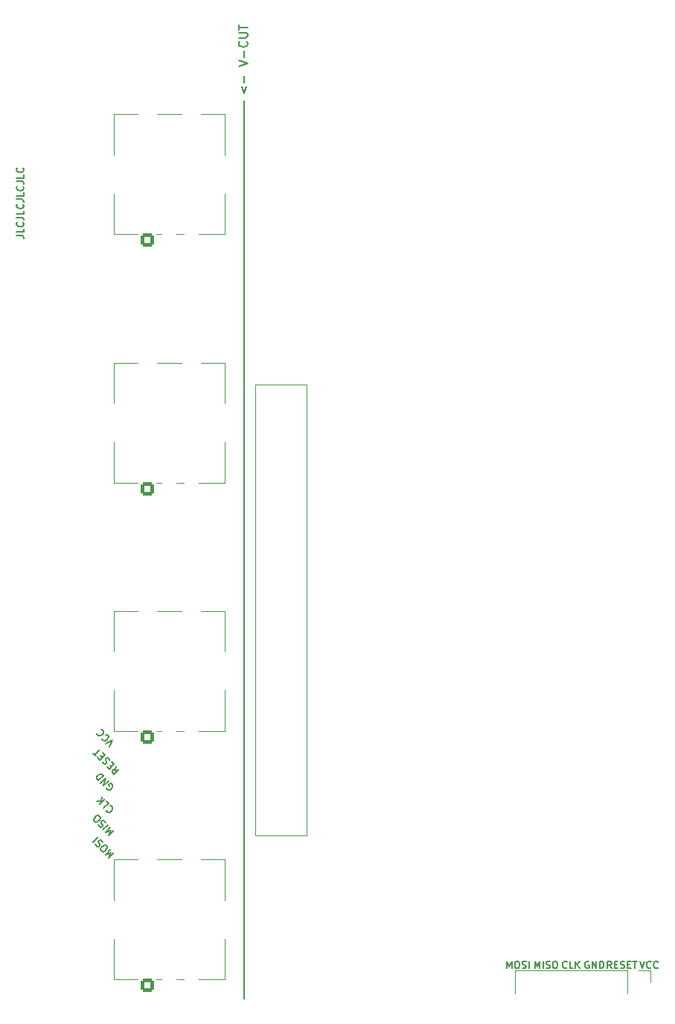
<source format=gbr>
G04 #@! TF.GenerationSoftware,KiCad,Pcbnew,8.0.4*
G04 #@! TF.CreationDate,2024-08-06T18:41:40+09:00*
G04 #@! TF.ProjectId,Fakedeck-garber,46616b65-6465-4636-9b2d-676172626572,rev?*
G04 #@! TF.SameCoordinates,Original*
G04 #@! TF.FileFunction,Legend,Top*
G04 #@! TF.FilePolarity,Positive*
%FSLAX46Y46*%
G04 Gerber Fmt 4.6, Leading zero omitted, Abs format (unit mm)*
G04 Created by KiCad (PCBNEW 8.0.4) date 2024-08-06 18:41:40*
%MOMM*%
%LPD*%
G01*
G04 APERTURE LIST*
G04 Aperture macros list*
%AMRoundRect*
0 Rectangle with rounded corners*
0 $1 Rounding radius*
0 $2 $3 $4 $5 $6 $7 $8 $9 X,Y pos of 4 corners*
0 Add a 4 corners polygon primitive as box body*
4,1,4,$2,$3,$4,$5,$6,$7,$8,$9,$2,$3,0*
0 Add four circle primitives for the rounded corners*
1,1,$1+$1,$2,$3*
1,1,$1+$1,$4,$5*
1,1,$1+$1,$6,$7*
1,1,$1+$1,$8,$9*
0 Add four rect primitives between the rounded corners*
20,1,$1+$1,$2,$3,$4,$5,0*
20,1,$1+$1,$4,$5,$6,$7,0*
20,1,$1+$1,$6,$7,$8,$9,0*
20,1,$1+$1,$8,$9,$2,$3,0*%
G04 Aperture macros list end*
%ADD10C,0.200000*%
%ADD11C,0.150000*%
%ADD12C,0.120000*%
%ADD13C,0.100000*%
%ADD14RoundRect,0.250000X0.550000X-0.550000X0.550000X0.550000X-0.550000X0.550000X-0.550000X-0.550000X0*%
%ADD15C,1.600000*%
%ADD16O,3.000000X4.100000*%
%ADD17C,3.200000*%
%ADD18O,1.700000X3.644000*%
%ADD19O,1.700000X1.700000*%
%ADD20R,1.700000X1.700000*%
%ADD21O,3.644000X1.700000*%
%ADD22R,1.600000X1.600000*%
%ADD23O,1.600000X1.600000*%
%ADD24O,1.800000X1.800000*%
%ADD25O,1.500000X1.500000*%
G04 APERTURE END LIST*
D10*
X144465000Y-43195000D02*
X144465000Y-145195000D01*
D11*
X177549160Y-141739295D02*
X177549160Y-140939295D01*
X177549160Y-140939295D02*
X177815826Y-141510723D01*
X177815826Y-141510723D02*
X178082493Y-140939295D01*
X178082493Y-140939295D02*
X178082493Y-141739295D01*
X178463446Y-141739295D02*
X178463446Y-140939295D01*
X178806302Y-141701200D02*
X178920588Y-141739295D01*
X178920588Y-141739295D02*
X179111064Y-141739295D01*
X179111064Y-141739295D02*
X179187255Y-141701200D01*
X179187255Y-141701200D02*
X179225350Y-141663104D01*
X179225350Y-141663104D02*
X179263445Y-141586914D01*
X179263445Y-141586914D02*
X179263445Y-141510723D01*
X179263445Y-141510723D02*
X179225350Y-141434533D01*
X179225350Y-141434533D02*
X179187255Y-141396438D01*
X179187255Y-141396438D02*
X179111064Y-141358342D01*
X179111064Y-141358342D02*
X178958683Y-141320247D01*
X178958683Y-141320247D02*
X178882493Y-141282152D01*
X178882493Y-141282152D02*
X178844398Y-141244057D01*
X178844398Y-141244057D02*
X178806302Y-141167866D01*
X178806302Y-141167866D02*
X178806302Y-141091676D01*
X178806302Y-141091676D02*
X178844398Y-141015485D01*
X178844398Y-141015485D02*
X178882493Y-140977390D01*
X178882493Y-140977390D02*
X178958683Y-140939295D01*
X178958683Y-140939295D02*
X179149160Y-140939295D01*
X179149160Y-140939295D02*
X179263445Y-140977390D01*
X179758684Y-140939295D02*
X179911065Y-140939295D01*
X179911065Y-140939295D02*
X179987255Y-140977390D01*
X179987255Y-140977390D02*
X180063446Y-141053580D01*
X180063446Y-141053580D02*
X180101541Y-141205961D01*
X180101541Y-141205961D02*
X180101541Y-141472628D01*
X180101541Y-141472628D02*
X180063446Y-141625009D01*
X180063446Y-141625009D02*
X179987255Y-141701200D01*
X179987255Y-141701200D02*
X179911065Y-141739295D01*
X179911065Y-141739295D02*
X179758684Y-141739295D01*
X179758684Y-141739295D02*
X179682493Y-141701200D01*
X179682493Y-141701200D02*
X179606303Y-141625009D01*
X179606303Y-141625009D02*
X179568207Y-141472628D01*
X179568207Y-141472628D02*
X179568207Y-141205961D01*
X179568207Y-141205961D02*
X179606303Y-141053580D01*
X179606303Y-141053580D02*
X179682493Y-140977390D01*
X179682493Y-140977390D02*
X179758684Y-140939295D01*
X118594295Y-58482268D02*
X119165723Y-58482268D01*
X119165723Y-58482268D02*
X119280009Y-58520363D01*
X119280009Y-58520363D02*
X119356200Y-58596554D01*
X119356200Y-58596554D02*
X119394295Y-58710839D01*
X119394295Y-58710839D02*
X119394295Y-58787030D01*
X119394295Y-57720363D02*
X119394295Y-58101315D01*
X119394295Y-58101315D02*
X118594295Y-58101315D01*
X119318104Y-56996553D02*
X119356200Y-57034649D01*
X119356200Y-57034649D02*
X119394295Y-57148934D01*
X119394295Y-57148934D02*
X119394295Y-57225125D01*
X119394295Y-57225125D02*
X119356200Y-57339411D01*
X119356200Y-57339411D02*
X119280009Y-57415601D01*
X119280009Y-57415601D02*
X119203819Y-57453696D01*
X119203819Y-57453696D02*
X119051438Y-57491792D01*
X119051438Y-57491792D02*
X118937152Y-57491792D01*
X118937152Y-57491792D02*
X118784771Y-57453696D01*
X118784771Y-57453696D02*
X118708580Y-57415601D01*
X118708580Y-57415601D02*
X118632390Y-57339411D01*
X118632390Y-57339411D02*
X118594295Y-57225125D01*
X118594295Y-57225125D02*
X118594295Y-57148934D01*
X118594295Y-57148934D02*
X118632390Y-57034649D01*
X118632390Y-57034649D02*
X118670485Y-56996553D01*
X118594295Y-56425125D02*
X119165723Y-56425125D01*
X119165723Y-56425125D02*
X119280009Y-56463220D01*
X119280009Y-56463220D02*
X119356200Y-56539411D01*
X119356200Y-56539411D02*
X119394295Y-56653696D01*
X119394295Y-56653696D02*
X119394295Y-56729887D01*
X119394295Y-55663220D02*
X119394295Y-56044172D01*
X119394295Y-56044172D02*
X118594295Y-56044172D01*
X119318104Y-54939410D02*
X119356200Y-54977506D01*
X119356200Y-54977506D02*
X119394295Y-55091791D01*
X119394295Y-55091791D02*
X119394295Y-55167982D01*
X119394295Y-55167982D02*
X119356200Y-55282268D01*
X119356200Y-55282268D02*
X119280009Y-55358458D01*
X119280009Y-55358458D02*
X119203819Y-55396553D01*
X119203819Y-55396553D02*
X119051438Y-55434649D01*
X119051438Y-55434649D02*
X118937152Y-55434649D01*
X118937152Y-55434649D02*
X118784771Y-55396553D01*
X118784771Y-55396553D02*
X118708580Y-55358458D01*
X118708580Y-55358458D02*
X118632390Y-55282268D01*
X118632390Y-55282268D02*
X118594295Y-55167982D01*
X118594295Y-55167982D02*
X118594295Y-55091791D01*
X118594295Y-55091791D02*
X118632390Y-54977506D01*
X118632390Y-54977506D02*
X118670485Y-54939410D01*
X118594295Y-54367982D02*
X119165723Y-54367982D01*
X119165723Y-54367982D02*
X119280009Y-54406077D01*
X119280009Y-54406077D02*
X119356200Y-54482268D01*
X119356200Y-54482268D02*
X119394295Y-54596553D01*
X119394295Y-54596553D02*
X119394295Y-54672744D01*
X119394295Y-53606077D02*
X119394295Y-53987029D01*
X119394295Y-53987029D02*
X118594295Y-53987029D01*
X119318104Y-52882267D02*
X119356200Y-52920363D01*
X119356200Y-52920363D02*
X119394295Y-53034648D01*
X119394295Y-53034648D02*
X119394295Y-53110839D01*
X119394295Y-53110839D02*
X119356200Y-53225125D01*
X119356200Y-53225125D02*
X119280009Y-53301315D01*
X119280009Y-53301315D02*
X119203819Y-53339410D01*
X119203819Y-53339410D02*
X119051438Y-53377506D01*
X119051438Y-53377506D02*
X118937152Y-53377506D01*
X118937152Y-53377506D02*
X118784771Y-53339410D01*
X118784771Y-53339410D02*
X118708580Y-53301315D01*
X118708580Y-53301315D02*
X118632390Y-53225125D01*
X118632390Y-53225125D02*
X118594295Y-53110839D01*
X118594295Y-53110839D02*
X118594295Y-53034648D01*
X118594295Y-53034648D02*
X118632390Y-52920363D01*
X118632390Y-52920363D02*
X118670485Y-52882267D01*
X118594295Y-52310839D02*
X119165723Y-52310839D01*
X119165723Y-52310839D02*
X119280009Y-52348934D01*
X119280009Y-52348934D02*
X119356200Y-52425125D01*
X119356200Y-52425125D02*
X119394295Y-52539410D01*
X119394295Y-52539410D02*
X119394295Y-52615601D01*
X119394295Y-51548934D02*
X119394295Y-51929886D01*
X119394295Y-51929886D02*
X118594295Y-51929886D01*
X119318104Y-50825124D02*
X119356200Y-50863220D01*
X119356200Y-50863220D02*
X119394295Y-50977505D01*
X119394295Y-50977505D02*
X119394295Y-51053696D01*
X119394295Y-51053696D02*
X119356200Y-51167982D01*
X119356200Y-51167982D02*
X119280009Y-51244172D01*
X119280009Y-51244172D02*
X119203819Y-51282267D01*
X119203819Y-51282267D02*
X119051438Y-51320363D01*
X119051438Y-51320363D02*
X118937152Y-51320363D01*
X118937152Y-51320363D02*
X118784771Y-51282267D01*
X118784771Y-51282267D02*
X118708580Y-51244172D01*
X118708580Y-51244172D02*
X118632390Y-51167982D01*
X118632390Y-51167982D02*
X118594295Y-51053696D01*
X118594295Y-51053696D02*
X118594295Y-50977505D01*
X118594295Y-50977505D02*
X118632390Y-50863220D01*
X118632390Y-50863220D02*
X118670485Y-50825124D01*
X174374160Y-141739295D02*
X174374160Y-140939295D01*
X174374160Y-140939295D02*
X174640826Y-141510723D01*
X174640826Y-141510723D02*
X174907493Y-140939295D01*
X174907493Y-140939295D02*
X174907493Y-141739295D01*
X175440827Y-140939295D02*
X175593208Y-140939295D01*
X175593208Y-140939295D02*
X175669398Y-140977390D01*
X175669398Y-140977390D02*
X175745589Y-141053580D01*
X175745589Y-141053580D02*
X175783684Y-141205961D01*
X175783684Y-141205961D02*
X175783684Y-141472628D01*
X175783684Y-141472628D02*
X175745589Y-141625009D01*
X175745589Y-141625009D02*
X175669398Y-141701200D01*
X175669398Y-141701200D02*
X175593208Y-141739295D01*
X175593208Y-141739295D02*
X175440827Y-141739295D01*
X175440827Y-141739295D02*
X175364636Y-141701200D01*
X175364636Y-141701200D02*
X175288446Y-141625009D01*
X175288446Y-141625009D02*
X175250350Y-141472628D01*
X175250350Y-141472628D02*
X175250350Y-141205961D01*
X175250350Y-141205961D02*
X175288446Y-141053580D01*
X175288446Y-141053580D02*
X175364636Y-140977390D01*
X175364636Y-140977390D02*
X175440827Y-140939295D01*
X176088445Y-141701200D02*
X176202731Y-141739295D01*
X176202731Y-141739295D02*
X176393207Y-141739295D01*
X176393207Y-141739295D02*
X176469398Y-141701200D01*
X176469398Y-141701200D02*
X176507493Y-141663104D01*
X176507493Y-141663104D02*
X176545588Y-141586914D01*
X176545588Y-141586914D02*
X176545588Y-141510723D01*
X176545588Y-141510723D02*
X176507493Y-141434533D01*
X176507493Y-141434533D02*
X176469398Y-141396438D01*
X176469398Y-141396438D02*
X176393207Y-141358342D01*
X176393207Y-141358342D02*
X176240826Y-141320247D01*
X176240826Y-141320247D02*
X176164636Y-141282152D01*
X176164636Y-141282152D02*
X176126541Y-141244057D01*
X176126541Y-141244057D02*
X176088445Y-141167866D01*
X176088445Y-141167866D02*
X176088445Y-141091676D01*
X176088445Y-141091676D02*
X176126541Y-141015485D01*
X176126541Y-141015485D02*
X176164636Y-140977390D01*
X176164636Y-140977390D02*
X176240826Y-140939295D01*
X176240826Y-140939295D02*
X176431303Y-140939295D01*
X176431303Y-140939295D02*
X176545588Y-140977390D01*
X176888446Y-141739295D02*
X176888446Y-140939295D01*
X189499874Y-140939295D02*
X189766541Y-141739295D01*
X189766541Y-141739295D02*
X190033207Y-140939295D01*
X190757017Y-141663104D02*
X190718921Y-141701200D01*
X190718921Y-141701200D02*
X190604636Y-141739295D01*
X190604636Y-141739295D02*
X190528445Y-141739295D01*
X190528445Y-141739295D02*
X190414159Y-141701200D01*
X190414159Y-141701200D02*
X190337969Y-141625009D01*
X190337969Y-141625009D02*
X190299874Y-141548819D01*
X190299874Y-141548819D02*
X190261778Y-141396438D01*
X190261778Y-141396438D02*
X190261778Y-141282152D01*
X190261778Y-141282152D02*
X190299874Y-141129771D01*
X190299874Y-141129771D02*
X190337969Y-141053580D01*
X190337969Y-141053580D02*
X190414159Y-140977390D01*
X190414159Y-140977390D02*
X190528445Y-140939295D01*
X190528445Y-140939295D02*
X190604636Y-140939295D01*
X190604636Y-140939295D02*
X190718921Y-140977390D01*
X190718921Y-140977390D02*
X190757017Y-141015485D01*
X191557017Y-141663104D02*
X191518921Y-141701200D01*
X191518921Y-141701200D02*
X191404636Y-141739295D01*
X191404636Y-141739295D02*
X191328445Y-141739295D01*
X191328445Y-141739295D02*
X191214159Y-141701200D01*
X191214159Y-141701200D02*
X191137969Y-141625009D01*
X191137969Y-141625009D02*
X191099874Y-141548819D01*
X191099874Y-141548819D02*
X191061778Y-141396438D01*
X191061778Y-141396438D02*
X191061778Y-141282152D01*
X191061778Y-141282152D02*
X191099874Y-141129771D01*
X191099874Y-141129771D02*
X191137969Y-141053580D01*
X191137969Y-141053580D02*
X191214159Y-140977390D01*
X191214159Y-140977390D02*
X191328445Y-140939295D01*
X191328445Y-140939295D02*
X191404636Y-140939295D01*
X191404636Y-140939295D02*
X191518921Y-140977390D01*
X191518921Y-140977390D02*
X191557017Y-141015485D01*
X181181303Y-141663104D02*
X181143207Y-141701200D01*
X181143207Y-141701200D02*
X181028922Y-141739295D01*
X181028922Y-141739295D02*
X180952731Y-141739295D01*
X180952731Y-141739295D02*
X180838445Y-141701200D01*
X180838445Y-141701200D02*
X180762255Y-141625009D01*
X180762255Y-141625009D02*
X180724160Y-141548819D01*
X180724160Y-141548819D02*
X180686064Y-141396438D01*
X180686064Y-141396438D02*
X180686064Y-141282152D01*
X180686064Y-141282152D02*
X180724160Y-141129771D01*
X180724160Y-141129771D02*
X180762255Y-141053580D01*
X180762255Y-141053580D02*
X180838445Y-140977390D01*
X180838445Y-140977390D02*
X180952731Y-140939295D01*
X180952731Y-140939295D02*
X181028922Y-140939295D01*
X181028922Y-140939295D02*
X181143207Y-140977390D01*
X181143207Y-140977390D02*
X181181303Y-141015485D01*
X181905112Y-141739295D02*
X181524160Y-141739295D01*
X181524160Y-141739295D02*
X181524160Y-140939295D01*
X182171779Y-141739295D02*
X182171779Y-140939295D01*
X182628922Y-141739295D02*
X182286064Y-141282152D01*
X182628922Y-140939295D02*
X182171779Y-141396438D01*
X186261303Y-141739295D02*
X185994636Y-141358342D01*
X185804160Y-141739295D02*
X185804160Y-140939295D01*
X185804160Y-140939295D02*
X186108922Y-140939295D01*
X186108922Y-140939295D02*
X186185112Y-140977390D01*
X186185112Y-140977390D02*
X186223207Y-141015485D01*
X186223207Y-141015485D02*
X186261303Y-141091676D01*
X186261303Y-141091676D02*
X186261303Y-141205961D01*
X186261303Y-141205961D02*
X186223207Y-141282152D01*
X186223207Y-141282152D02*
X186185112Y-141320247D01*
X186185112Y-141320247D02*
X186108922Y-141358342D01*
X186108922Y-141358342D02*
X185804160Y-141358342D01*
X186604160Y-141320247D02*
X186870826Y-141320247D01*
X186985112Y-141739295D02*
X186604160Y-141739295D01*
X186604160Y-141739295D02*
X186604160Y-140939295D01*
X186604160Y-140939295D02*
X186985112Y-140939295D01*
X187289874Y-141701200D02*
X187404160Y-141739295D01*
X187404160Y-141739295D02*
X187594636Y-141739295D01*
X187594636Y-141739295D02*
X187670827Y-141701200D01*
X187670827Y-141701200D02*
X187708922Y-141663104D01*
X187708922Y-141663104D02*
X187747017Y-141586914D01*
X187747017Y-141586914D02*
X187747017Y-141510723D01*
X187747017Y-141510723D02*
X187708922Y-141434533D01*
X187708922Y-141434533D02*
X187670827Y-141396438D01*
X187670827Y-141396438D02*
X187594636Y-141358342D01*
X187594636Y-141358342D02*
X187442255Y-141320247D01*
X187442255Y-141320247D02*
X187366065Y-141282152D01*
X187366065Y-141282152D02*
X187327970Y-141244057D01*
X187327970Y-141244057D02*
X187289874Y-141167866D01*
X187289874Y-141167866D02*
X187289874Y-141091676D01*
X187289874Y-141091676D02*
X187327970Y-141015485D01*
X187327970Y-141015485D02*
X187366065Y-140977390D01*
X187366065Y-140977390D02*
X187442255Y-140939295D01*
X187442255Y-140939295D02*
X187632732Y-140939295D01*
X187632732Y-140939295D02*
X187747017Y-140977390D01*
X188089875Y-141320247D02*
X188356541Y-141320247D01*
X188470827Y-141739295D02*
X188089875Y-141739295D01*
X188089875Y-141739295D02*
X188089875Y-140939295D01*
X188089875Y-140939295D02*
X188470827Y-140939295D01*
X188699399Y-140939295D02*
X189156542Y-140939295D01*
X188927970Y-141739295D02*
X188927970Y-140939295D01*
X129927539Y-118782028D02*
X129846727Y-119239964D01*
X130250788Y-119105277D02*
X129685102Y-119670962D01*
X129685102Y-119670962D02*
X129469603Y-119455463D01*
X129469603Y-119455463D02*
X129442666Y-119374651D01*
X129442666Y-119374651D02*
X129442666Y-119320776D01*
X129442666Y-119320776D02*
X129469603Y-119239964D01*
X129469603Y-119239964D02*
X129550415Y-119159152D01*
X129550415Y-119159152D02*
X129631228Y-119132214D01*
X129631228Y-119132214D02*
X129685102Y-119132214D01*
X129685102Y-119132214D02*
X129765915Y-119159152D01*
X129765915Y-119159152D02*
X129981414Y-119374651D01*
X129388791Y-118835903D02*
X129200229Y-118647341D01*
X129415728Y-118270217D02*
X129685102Y-118539591D01*
X129685102Y-118539591D02*
X129119417Y-119105277D01*
X129119417Y-119105277D02*
X128850043Y-118835903D01*
X129173291Y-118081655D02*
X129119417Y-117973906D01*
X129119417Y-117973906D02*
X128984730Y-117839219D01*
X128984730Y-117839219D02*
X128903917Y-117812281D01*
X128903917Y-117812281D02*
X128850043Y-117812281D01*
X128850043Y-117812281D02*
X128769230Y-117839219D01*
X128769230Y-117839219D02*
X128715356Y-117893094D01*
X128715356Y-117893094D02*
X128688418Y-117973906D01*
X128688418Y-117973906D02*
X128688418Y-118027781D01*
X128688418Y-118027781D02*
X128715356Y-118108593D01*
X128715356Y-118108593D02*
X128796168Y-118243280D01*
X128796168Y-118243280D02*
X128823105Y-118324092D01*
X128823105Y-118324092D02*
X128823105Y-118377967D01*
X128823105Y-118377967D02*
X128796168Y-118458779D01*
X128796168Y-118458779D02*
X128742293Y-118512654D01*
X128742293Y-118512654D02*
X128661481Y-118539591D01*
X128661481Y-118539591D02*
X128607606Y-118539591D01*
X128607606Y-118539591D02*
X128526794Y-118512654D01*
X128526794Y-118512654D02*
X128392107Y-118377967D01*
X128392107Y-118377967D02*
X128338232Y-118270217D01*
X128338232Y-117785344D02*
X128149670Y-117596782D01*
X128365169Y-117219658D02*
X128634543Y-117489032D01*
X128634543Y-117489032D02*
X128068858Y-118054718D01*
X128068858Y-118054718D02*
X127799484Y-117785344D01*
X127637859Y-117623719D02*
X127314610Y-117300470D01*
X128041920Y-116896409D02*
X127476235Y-117462095D01*
X129615788Y-126090277D02*
X129050102Y-126655962D01*
X129050102Y-126655962D02*
X129265602Y-126063340D01*
X129265602Y-126063340D02*
X128672979Y-126278839D01*
X128672979Y-126278839D02*
X129238664Y-125713153D01*
X128969290Y-125443779D02*
X128403605Y-126009465D01*
X128699916Y-125228280D02*
X128646041Y-125120531D01*
X128646041Y-125120531D02*
X128511354Y-124985844D01*
X128511354Y-124985844D02*
X128430542Y-124958906D01*
X128430542Y-124958906D02*
X128376667Y-124958906D01*
X128376667Y-124958906D02*
X128295855Y-124985844D01*
X128295855Y-124985844D02*
X128241980Y-125039718D01*
X128241980Y-125039718D02*
X128215043Y-125120531D01*
X128215043Y-125120531D02*
X128215043Y-125174405D01*
X128215043Y-125174405D02*
X128241980Y-125255218D01*
X128241980Y-125255218D02*
X128322793Y-125389905D01*
X128322793Y-125389905D02*
X128349730Y-125470717D01*
X128349730Y-125470717D02*
X128349730Y-125524592D01*
X128349730Y-125524592D02*
X128322793Y-125605404D01*
X128322793Y-125605404D02*
X128268918Y-125659279D01*
X128268918Y-125659279D02*
X128188106Y-125686216D01*
X128188106Y-125686216D02*
X128134231Y-125686216D01*
X128134231Y-125686216D02*
X128053419Y-125659279D01*
X128053419Y-125659279D02*
X127918732Y-125524592D01*
X127918732Y-125524592D02*
X127864857Y-125416842D01*
X127487733Y-125093593D02*
X127379983Y-124985843D01*
X127379983Y-124985843D02*
X127353046Y-124905031D01*
X127353046Y-124905031D02*
X127353046Y-124797282D01*
X127353046Y-124797282D02*
X127433858Y-124662595D01*
X127433858Y-124662595D02*
X127622420Y-124474033D01*
X127622420Y-124474033D02*
X127757107Y-124393221D01*
X127757107Y-124393221D02*
X127864857Y-124393221D01*
X127864857Y-124393221D02*
X127945669Y-124420158D01*
X127945669Y-124420158D02*
X128053418Y-124527908D01*
X128053418Y-124527908D02*
X128080356Y-124608720D01*
X128080356Y-124608720D02*
X128080356Y-124716469D01*
X128080356Y-124716469D02*
X127999544Y-124851156D01*
X127999544Y-124851156D02*
X127810982Y-125039718D01*
X127810982Y-125039718D02*
X127676295Y-125120530D01*
X127676295Y-125120530D02*
X127568545Y-125120530D01*
X127568545Y-125120530D02*
X127487733Y-125093593D01*
X183683207Y-140977390D02*
X183607017Y-140939295D01*
X183607017Y-140939295D02*
X183492731Y-140939295D01*
X183492731Y-140939295D02*
X183378445Y-140977390D01*
X183378445Y-140977390D02*
X183302255Y-141053580D01*
X183302255Y-141053580D02*
X183264160Y-141129771D01*
X183264160Y-141129771D02*
X183226064Y-141282152D01*
X183226064Y-141282152D02*
X183226064Y-141396438D01*
X183226064Y-141396438D02*
X183264160Y-141548819D01*
X183264160Y-141548819D02*
X183302255Y-141625009D01*
X183302255Y-141625009D02*
X183378445Y-141701200D01*
X183378445Y-141701200D02*
X183492731Y-141739295D01*
X183492731Y-141739295D02*
X183568922Y-141739295D01*
X183568922Y-141739295D02*
X183683207Y-141701200D01*
X183683207Y-141701200D02*
X183721303Y-141663104D01*
X183721303Y-141663104D02*
X183721303Y-141396438D01*
X183721303Y-141396438D02*
X183568922Y-141396438D01*
X184064160Y-141739295D02*
X184064160Y-140939295D01*
X184064160Y-140939295D02*
X184521303Y-141739295D01*
X184521303Y-141739295D02*
X184521303Y-140939295D01*
X184902255Y-141739295D02*
X184902255Y-140939295D01*
X184902255Y-140939295D02*
X185092731Y-140939295D01*
X185092731Y-140939295D02*
X185207017Y-140977390D01*
X185207017Y-140977390D02*
X185283207Y-141053580D01*
X185283207Y-141053580D02*
X185321302Y-141129771D01*
X185321302Y-141129771D02*
X185359398Y-141282152D01*
X185359398Y-141282152D02*
X185359398Y-141396438D01*
X185359398Y-141396438D02*
X185321302Y-141548819D01*
X185321302Y-141548819D02*
X185283207Y-141625009D01*
X185283207Y-141625009D02*
X185207017Y-141701200D01*
X185207017Y-141701200D02*
X185092731Y-141739295D01*
X185092731Y-141739295D02*
X184902255Y-141739295D01*
X128780728Y-121252714D02*
X128807666Y-121333526D01*
X128807666Y-121333526D02*
X128888478Y-121414338D01*
X128888478Y-121414338D02*
X128996228Y-121468213D01*
X128996228Y-121468213D02*
X129103977Y-121468213D01*
X129103977Y-121468213D02*
X129184789Y-121441275D01*
X129184789Y-121441275D02*
X129319476Y-121360463D01*
X129319476Y-121360463D02*
X129400289Y-121279651D01*
X129400289Y-121279651D02*
X129481101Y-121144964D01*
X129481101Y-121144964D02*
X129508038Y-121064152D01*
X129508038Y-121064152D02*
X129508038Y-120956402D01*
X129508038Y-120956402D02*
X129454163Y-120848653D01*
X129454163Y-120848653D02*
X129400289Y-120794778D01*
X129400289Y-120794778D02*
X129292539Y-120740903D01*
X129292539Y-120740903D02*
X129238664Y-120740903D01*
X129238664Y-120740903D02*
X129050102Y-120929465D01*
X129050102Y-120929465D02*
X129157852Y-121037214D01*
X129050102Y-120444591D02*
X128484417Y-121010277D01*
X128484417Y-121010277D02*
X128726854Y-120121343D01*
X128726854Y-120121343D02*
X128161168Y-120687028D01*
X128457480Y-119851969D02*
X127891794Y-120417654D01*
X127891794Y-120417654D02*
X127757107Y-120282967D01*
X127757107Y-120282967D02*
X127703232Y-120175218D01*
X127703232Y-120175218D02*
X127703232Y-120067468D01*
X127703232Y-120067468D02*
X127730170Y-119986656D01*
X127730170Y-119986656D02*
X127810982Y-119851969D01*
X127810982Y-119851969D02*
X127891794Y-119771157D01*
X127891794Y-119771157D02*
X128026481Y-119690344D01*
X128026481Y-119690344D02*
X128107294Y-119663407D01*
X128107294Y-119663407D02*
X128215043Y-119663407D01*
X128215043Y-119663407D02*
X128322793Y-119717282D01*
X128322793Y-119717282D02*
X128457480Y-119851969D01*
X129130915Y-116576775D02*
X129508038Y-115822527D01*
X129508038Y-115822527D02*
X128753791Y-116199651D01*
X128753791Y-115176030D02*
X128807666Y-115176030D01*
X128807666Y-115176030D02*
X128915416Y-115229905D01*
X128915416Y-115229905D02*
X128969290Y-115283779D01*
X128969290Y-115283779D02*
X129023165Y-115391529D01*
X129023165Y-115391529D02*
X129023165Y-115499279D01*
X129023165Y-115499279D02*
X128996228Y-115580091D01*
X128996228Y-115580091D02*
X128915416Y-115714778D01*
X128915416Y-115714778D02*
X128834603Y-115795590D01*
X128834603Y-115795590D02*
X128699916Y-115876402D01*
X128699916Y-115876402D02*
X128619104Y-115903340D01*
X128619104Y-115903340D02*
X128511355Y-115903340D01*
X128511355Y-115903340D02*
X128403605Y-115849465D01*
X128403605Y-115849465D02*
X128349730Y-115795590D01*
X128349730Y-115795590D02*
X128295855Y-115687841D01*
X128295855Y-115687841D02*
X128295855Y-115633966D01*
X128188106Y-114610344D02*
X128241981Y-114610344D01*
X128241981Y-114610344D02*
X128349730Y-114664219D01*
X128349730Y-114664219D02*
X128403605Y-114718094D01*
X128403605Y-114718094D02*
X128457480Y-114825844D01*
X128457480Y-114825844D02*
X128457480Y-114933593D01*
X128457480Y-114933593D02*
X128430542Y-115014405D01*
X128430542Y-115014405D02*
X128349730Y-115149092D01*
X128349730Y-115149092D02*
X128268918Y-115229905D01*
X128268918Y-115229905D02*
X128134231Y-115310717D01*
X128134231Y-115310717D02*
X128053419Y-115337654D01*
X128053419Y-115337654D02*
X127945669Y-115337654D01*
X127945669Y-115337654D02*
X127837920Y-115283779D01*
X127837920Y-115283779D02*
X127784045Y-115229905D01*
X127784045Y-115229905D02*
X127730170Y-115122155D01*
X127730170Y-115122155D02*
X127730170Y-115068280D01*
X144183152Y-41591316D02*
X144468866Y-42353220D01*
X144468866Y-42353220D02*
X144754580Y-41591316D01*
X144468866Y-41115125D02*
X144468866Y-40353221D01*
X143849819Y-39257982D02*
X144849819Y-38924649D01*
X144849819Y-38924649D02*
X143849819Y-38591316D01*
X144468866Y-38257982D02*
X144468866Y-37496078D01*
X144754580Y-36448459D02*
X144802200Y-36496078D01*
X144802200Y-36496078D02*
X144849819Y-36638935D01*
X144849819Y-36638935D02*
X144849819Y-36734173D01*
X144849819Y-36734173D02*
X144802200Y-36877030D01*
X144802200Y-36877030D02*
X144706961Y-36972268D01*
X144706961Y-36972268D02*
X144611723Y-37019887D01*
X144611723Y-37019887D02*
X144421247Y-37067506D01*
X144421247Y-37067506D02*
X144278390Y-37067506D01*
X144278390Y-37067506D02*
X144087914Y-37019887D01*
X144087914Y-37019887D02*
X143992676Y-36972268D01*
X143992676Y-36972268D02*
X143897438Y-36877030D01*
X143897438Y-36877030D02*
X143849819Y-36734173D01*
X143849819Y-36734173D02*
X143849819Y-36638935D01*
X143849819Y-36638935D02*
X143897438Y-36496078D01*
X143897438Y-36496078D02*
X143945057Y-36448459D01*
X143849819Y-36019887D02*
X144659342Y-36019887D01*
X144659342Y-36019887D02*
X144754580Y-35972268D01*
X144754580Y-35972268D02*
X144802200Y-35924649D01*
X144802200Y-35924649D02*
X144849819Y-35829411D01*
X144849819Y-35829411D02*
X144849819Y-35638935D01*
X144849819Y-35638935D02*
X144802200Y-35543697D01*
X144802200Y-35543697D02*
X144754580Y-35496078D01*
X144754580Y-35496078D02*
X144659342Y-35448459D01*
X144659342Y-35448459D02*
X143849819Y-35448459D01*
X143849819Y-35115125D02*
X143849819Y-34543697D01*
X144849819Y-34829411D02*
X143849819Y-34829411D01*
X129615788Y-128630277D02*
X129050102Y-129195962D01*
X129050102Y-129195962D02*
X129265602Y-128603340D01*
X129265602Y-128603340D02*
X128672979Y-128818839D01*
X128672979Y-128818839D02*
X129238664Y-128253153D01*
X128295855Y-128441715D02*
X128188105Y-128333965D01*
X128188105Y-128333965D02*
X128161168Y-128253153D01*
X128161168Y-128253153D02*
X128161168Y-128145403D01*
X128161168Y-128145403D02*
X128241980Y-128010716D01*
X128241980Y-128010716D02*
X128430542Y-127822155D01*
X128430542Y-127822155D02*
X128565229Y-127741342D01*
X128565229Y-127741342D02*
X128672979Y-127741342D01*
X128672979Y-127741342D02*
X128753791Y-127768280D01*
X128753791Y-127768280D02*
X128861540Y-127876029D01*
X128861540Y-127876029D02*
X128888478Y-127956842D01*
X128888478Y-127956842D02*
X128888478Y-128064591D01*
X128888478Y-128064591D02*
X128807666Y-128199278D01*
X128807666Y-128199278D02*
X128619104Y-128387840D01*
X128619104Y-128387840D02*
X128484417Y-128468652D01*
X128484417Y-128468652D02*
X128376667Y-128468652D01*
X128376667Y-128468652D02*
X128295855Y-128441715D01*
X128376667Y-127445031D02*
X128322793Y-127337282D01*
X128322793Y-127337282D02*
X128188106Y-127202595D01*
X128188106Y-127202595D02*
X128107293Y-127175657D01*
X128107293Y-127175657D02*
X128053419Y-127175657D01*
X128053419Y-127175657D02*
X127972606Y-127202595D01*
X127972606Y-127202595D02*
X127918732Y-127256469D01*
X127918732Y-127256469D02*
X127891794Y-127337282D01*
X127891794Y-127337282D02*
X127891794Y-127391156D01*
X127891794Y-127391156D02*
X127918732Y-127471969D01*
X127918732Y-127471969D02*
X127999544Y-127606656D01*
X127999544Y-127606656D02*
X128026481Y-127687468D01*
X128026481Y-127687468D02*
X128026481Y-127741343D01*
X128026481Y-127741343D02*
X127999544Y-127822155D01*
X127999544Y-127822155D02*
X127945669Y-127876030D01*
X127945669Y-127876030D02*
X127864857Y-127902967D01*
X127864857Y-127902967D02*
X127810982Y-127902967D01*
X127810982Y-127902967D02*
X127730170Y-127876030D01*
X127730170Y-127876030D02*
X127595483Y-127741343D01*
X127595483Y-127741343D02*
X127541608Y-127633593D01*
X127837919Y-126852408D02*
X127272234Y-127418094D01*
X129238664Y-123280903D02*
X129292539Y-123280903D01*
X129292539Y-123280903D02*
X129400289Y-123334778D01*
X129400289Y-123334778D02*
X129454163Y-123388653D01*
X129454163Y-123388653D02*
X129508038Y-123496402D01*
X129508038Y-123496402D02*
X129508038Y-123604152D01*
X129508038Y-123604152D02*
X129481101Y-123684964D01*
X129481101Y-123684964D02*
X129400289Y-123819651D01*
X129400289Y-123819651D02*
X129319476Y-123900463D01*
X129319476Y-123900463D02*
X129184789Y-123981275D01*
X129184789Y-123981275D02*
X129103977Y-124008213D01*
X129103977Y-124008213D02*
X128996228Y-124008213D01*
X128996228Y-124008213D02*
X128888478Y-123954338D01*
X128888478Y-123954338D02*
X128834603Y-123900463D01*
X128834603Y-123900463D02*
X128780728Y-123792714D01*
X128780728Y-123792714D02*
X128780728Y-123738839D01*
X128780728Y-122715217D02*
X129050102Y-122984591D01*
X129050102Y-122984591D02*
X128484417Y-123550277D01*
X128592167Y-122526656D02*
X128026481Y-123092341D01*
X128268918Y-122203407D02*
X128188106Y-122769092D01*
X127703232Y-122769092D02*
X128349730Y-122769092D01*
D12*
X129635000Y-142995000D02*
X129635000Y-138385000D01*
X129645000Y-129375000D02*
X132345000Y-129375000D01*
X129645000Y-133985000D02*
X129645000Y-129375000D01*
X132395000Y-142995000D02*
X129635000Y-142995000D01*
X134495000Y-142995000D02*
X135095000Y-142995000D01*
X134545000Y-129375000D02*
X137345000Y-129375000D01*
X136795000Y-142995000D02*
X137595000Y-142995000D01*
X139295000Y-142995000D02*
X142255000Y-142995000D01*
X139545000Y-129375000D02*
X142255000Y-129375000D01*
X142255000Y-129375000D02*
X142255000Y-133985000D01*
X142255000Y-138385000D02*
X142255000Y-142995000D01*
X129635000Y-58345000D02*
X129635000Y-53735000D01*
X129645000Y-44725000D02*
X132345000Y-44725000D01*
X129645000Y-49335000D02*
X129645000Y-44725000D01*
X132395000Y-58345000D02*
X129635000Y-58345000D01*
X134495000Y-58345000D02*
X135095000Y-58345000D01*
X134545000Y-44725000D02*
X137345000Y-44725000D01*
X136795000Y-58345000D02*
X137595000Y-58345000D01*
X139295000Y-58345000D02*
X142255000Y-58345000D01*
X139545000Y-44725000D02*
X142255000Y-44725000D01*
X142255000Y-44725000D02*
X142255000Y-49335000D01*
X142255000Y-53735000D02*
X142255000Y-58345000D01*
X175295000Y-141960000D02*
X175295000Y-144620000D01*
X188055000Y-141960000D02*
X175295000Y-141960000D01*
X188055000Y-141960000D02*
X188055000Y-144620000D01*
X189325000Y-141960000D02*
X190655000Y-141960000D01*
X190655000Y-141960000D02*
X190655000Y-143290000D01*
X129635000Y-86561668D02*
X129635000Y-81951668D01*
X129645000Y-72941668D02*
X132345000Y-72941668D01*
X129645000Y-77551668D02*
X129645000Y-72941668D01*
X132395000Y-86561668D02*
X129635000Y-86561668D01*
X134495000Y-86561668D02*
X135095000Y-86561668D01*
X134545000Y-72941668D02*
X137345000Y-72941668D01*
X136795000Y-86561668D02*
X137595000Y-86561668D01*
X139295000Y-86561668D02*
X142255000Y-86561668D01*
X139545000Y-72941668D02*
X142255000Y-72941668D01*
X142255000Y-72941668D02*
X142255000Y-77551668D01*
X142255000Y-81951668D02*
X142255000Y-86561668D01*
X129635000Y-114778334D02*
X129635000Y-110168334D01*
X129645000Y-101158334D02*
X132345000Y-101158334D01*
X129645000Y-105768334D02*
X129645000Y-101158334D01*
X132395000Y-114778334D02*
X129635000Y-114778334D01*
X134495000Y-114778334D02*
X135095000Y-114778334D01*
X134545000Y-101158334D02*
X137345000Y-101158334D01*
X136795000Y-114778334D02*
X137595000Y-114778334D01*
X139295000Y-114778334D02*
X142255000Y-114778334D01*
X139545000Y-101158334D02*
X142255000Y-101158334D01*
X142255000Y-101158334D02*
X142255000Y-105768334D01*
X142255000Y-110168334D02*
X142255000Y-114778334D01*
D13*
X151595000Y-126685000D02*
X145765000Y-126685000D01*
X145765000Y-75425000D01*
X151595000Y-75425000D01*
X151595000Y-126685000D01*
%LPC*%
D14*
X133445000Y-143685000D03*
D15*
X138445000Y-143685000D03*
X135945000Y-143685000D03*
X133445000Y-129185000D03*
X138445000Y-129185000D03*
D16*
X130345000Y-136185000D03*
X141545000Y-136185000D03*
D14*
X133445000Y-59035000D03*
D15*
X138445000Y-59035000D03*
X135945000Y-59035000D03*
X133445000Y-44535000D03*
X138445000Y-44535000D03*
D16*
X130345000Y-51535000D03*
X141545000Y-51535000D03*
D17*
X202465000Y-114195000D03*
X148175000Y-140205000D03*
X121465000Y-46695000D03*
D18*
X189325000Y-144262000D03*
D19*
X189325000Y-145195000D03*
D18*
X186785000Y-144262000D03*
D19*
X186785000Y-145195000D03*
D18*
X184245000Y-144262000D03*
D19*
X184245000Y-145195000D03*
D18*
X181705000Y-144262000D03*
D19*
X181705000Y-145195000D03*
D18*
X179165000Y-144262000D03*
D19*
X179165000Y-145195000D03*
D18*
X176625000Y-144262000D03*
D19*
X176625000Y-145195000D03*
D14*
X133445000Y-87251668D03*
D15*
X138445000Y-87251668D03*
X135945000Y-87251668D03*
X133445000Y-72751668D03*
X138445000Y-72751668D03*
D16*
X130345000Y-79751668D03*
X141545000Y-79751668D03*
D17*
X140965000Y-66205002D03*
X140965000Y-122015000D03*
D14*
X133445000Y-115468334D03*
D15*
X138445000Y-115468334D03*
X135945000Y-115468334D03*
X133445000Y-100968334D03*
X138445000Y-100968334D03*
D16*
X130345000Y-107968334D03*
X141545000Y-107968334D03*
D20*
X147415000Y-77075000D03*
D19*
X147415000Y-79615000D03*
X147415000Y-82155000D03*
X147415000Y-84695000D03*
X147415000Y-87235000D03*
X147415000Y-89775000D03*
X147415000Y-92315000D03*
X147415000Y-94855000D03*
X147415000Y-97395000D03*
X147415000Y-99935000D03*
X147415000Y-102475000D03*
X147415000Y-105015000D03*
X147415000Y-107555000D03*
X147415000Y-110095000D03*
X147415000Y-112635000D03*
X147415000Y-115175000D03*
X147415000Y-117715000D03*
X147415000Y-120255000D03*
X147415000Y-122795000D03*
X147415000Y-125335000D03*
X149955000Y-77075000D03*
X149955000Y-79615000D03*
X149955000Y-82155000D03*
X149955000Y-84695000D03*
X149955000Y-87235000D03*
X149955000Y-89775000D03*
X149955000Y-92315000D03*
X149955000Y-94855000D03*
X149955000Y-97395000D03*
X149955000Y-99935000D03*
X149955000Y-102475000D03*
X149955000Y-105015000D03*
X149955000Y-107555000D03*
X149955000Y-110095000D03*
X149955000Y-112635000D03*
X149955000Y-115175000D03*
X149955000Y-117715000D03*
X149955000Y-120255000D03*
X149955000Y-122795000D03*
X149955000Y-125335000D03*
D21*
X125393000Y-115335000D03*
D19*
X124460000Y-115335000D03*
D21*
X125393000Y-117875000D03*
D19*
X124460000Y-117875000D03*
D21*
X125393000Y-120415000D03*
D19*
X124460000Y-120415000D03*
D21*
X125393000Y-122955000D03*
D19*
X124460000Y-122955000D03*
D21*
X125393000Y-125495000D03*
D19*
X124460000Y-125495000D03*
D21*
X125393000Y-128035000D03*
D19*
X124460000Y-128035000D03*
D22*
X119265000Y-96735000D03*
D23*
X119265000Y-94195000D03*
X119265000Y-91655000D03*
X119265000Y-89115000D03*
X119265000Y-86575000D03*
X119265000Y-84035000D03*
X119265000Y-81495000D03*
X119265000Y-78955000D03*
X119265000Y-76415000D03*
X119265000Y-73875000D03*
X126885000Y-73875000D03*
X126885000Y-76415000D03*
X126885000Y-78955000D03*
X126885000Y-81495000D03*
X126885000Y-84035000D03*
X126885000Y-86575000D03*
X126885000Y-89115000D03*
X126885000Y-91655000D03*
X126885000Y-94195000D03*
X126885000Y-96735000D03*
D24*
X204435000Y-131920000D03*
D25*
X201405000Y-131620000D03*
X201405000Y-126770000D03*
D24*
X204435000Y-126470000D03*
D19*
X204565000Y-138085000D03*
X202025000Y-138085000D03*
D20*
X199485000Y-138085000D03*
D19*
X196945000Y-138085000D03*
X194405000Y-138085000D03*
X191865000Y-138085000D03*
X189325000Y-138085000D03*
D20*
X186785000Y-138085000D03*
D19*
X184245000Y-138085000D03*
X181705000Y-138085000D03*
X179165000Y-138085000D03*
X176625000Y-138085000D03*
D20*
X174085000Y-138085000D03*
D19*
X171545000Y-138085000D03*
X169005000Y-138085000D03*
X166465000Y-138085000D03*
X163925000Y-138085000D03*
D20*
X161385000Y-138085000D03*
D19*
X158845000Y-138085000D03*
X156305000Y-138085000D03*
X156305000Y-120305000D03*
X158845000Y-120305000D03*
D20*
X161385000Y-120305000D03*
D19*
X163925000Y-120305000D03*
X166465000Y-120305000D03*
X169005000Y-120305000D03*
X171545000Y-120305000D03*
D20*
X174085000Y-120305000D03*
D19*
X176625000Y-120305000D03*
X179165000Y-120305000D03*
X181705000Y-120305000D03*
X184245000Y-120305000D03*
D20*
X186785000Y-120305000D03*
D19*
X189325000Y-120305000D03*
X191865000Y-120305000D03*
X194405000Y-120305000D03*
X196945000Y-120305000D03*
D20*
X199485000Y-120305000D03*
D19*
X202025000Y-120305000D03*
X204565000Y-120305000D03*
X156535000Y-131735000D03*
D20*
X156535000Y-129195000D03*
D19*
X156535000Y-126655000D03*
%LPD*%
M02*

</source>
